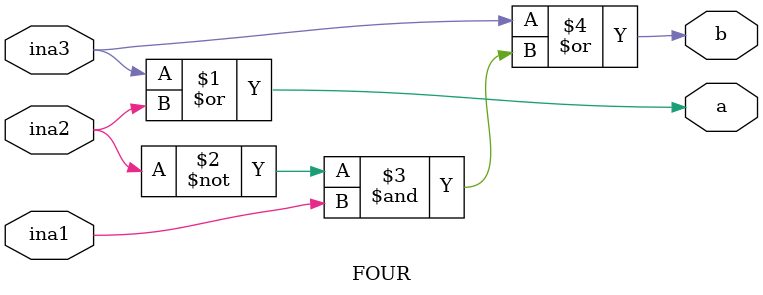
<source format=v>
module FOUR(ina1, ina2, ina3, a, b);
 input ina1, ina2, ina3;
 output a, b;
 assign a = ina3|ina2;
 assign b = ina3|(~ina2&ina1);
endmodule

</source>
